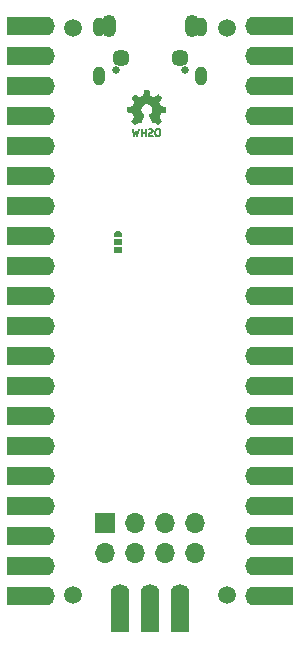
<source format=gbr>
%TF.GenerationSoftware,KiCad,Pcbnew,(6.0.7)*%
%TF.CreationDate,2022-09-23T08:48:44+05:30*%
%TF.ProjectId,Mitayi-Pico-RP2040,4d697461-7969-42d5-9069-636f2d525032,0.4*%
%TF.SameCoordinates,PX825e060PY6d4a840*%
%TF.FileFunction,Soldermask,Bot*%
%TF.FilePolarity,Negative*%
%FSLAX46Y46*%
G04 Gerber Fmt 4.6, Leading zero omitted, Abs format (unit mm)*
G04 Created by KiCad (PCBNEW (6.0.7)) date 2022-09-23 08:48:44*
%MOMM*%
%LPD*%
G01*
G04 APERTURE LIST*
G04 Aperture macros list*
%AMRoundRect*
0 Rectangle with rounded corners*
0 $1 Rounding radius*
0 $2 $3 $4 $5 $6 $7 $8 $9 X,Y pos of 4 corners*
0 Add a 4 corners polygon primitive as box body*
4,1,4,$2,$3,$4,$5,$6,$7,$8,$9,$2,$3,0*
0 Add four circle primitives for the rounded corners*
1,1,$1+$1,$2,$3*
1,1,$1+$1,$4,$5*
1,1,$1+$1,$6,$7*
1,1,$1+$1,$8,$9*
0 Add four rect primitives between the rounded corners*
20,1,$1+$1,$2,$3,$4,$5,0*
20,1,$1+$1,$4,$5,$6,$7,0*
20,1,$1+$1,$6,$7,$8,$9,0*
20,1,$1+$1,$8,$9,$2,$3,0*%
%AMOutline5P*
0 Free polygon, 5 corners , with rotation*
0 The origin of the aperture is its center*
0 number of corners: always 5*
0 $1 to $10 corner X, Y*
0 $11 Rotation angle, in degrees counterclockwise*
0 create outline with 5 corners*
4,1,5,$1,$2,$3,$4,$5,$6,$7,$8,$9,$10,$1,$2,$11*%
%AMOutline6P*
0 Free polygon, 6 corners , with rotation*
0 The origin of the aperture is its center*
0 number of corners: always 6*
0 $1 to $12 corner X, Y*
0 $13 Rotation angle, in degrees counterclockwise*
0 create outline with 6 corners*
4,1,6,$1,$2,$3,$4,$5,$6,$7,$8,$9,$10,$11,$12,$1,$2,$13*%
%AMOutline7P*
0 Free polygon, 7 corners , with rotation*
0 The origin of the aperture is its center*
0 number of corners: always 7*
0 $1 to $14 corner X, Y*
0 $15 Rotation angle, in degrees counterclockwise*
0 create outline with 7 corners*
4,1,7,$1,$2,$3,$4,$5,$6,$7,$8,$9,$10,$11,$12,$13,$14,$1,$2,$15*%
%AMOutline8P*
0 Free polygon, 8 corners , with rotation*
0 The origin of the aperture is its center*
0 number of corners: always 8*
0 $1 to $16 corner X, Y*
0 $17 Rotation angle, in degrees counterclockwise*
0 create outline with 8 corners*
4,1,8,$1,$2,$3,$4,$5,$6,$7,$8,$9,$10,$11,$12,$13,$14,$15,$16,$1,$2,$17*%
G04 Aperture macros list end*
%ADD10C,0.150000*%
%ADD11C,1.500000*%
%ADD12O,1.600000X1.700000*%
%ADD13R,1.600000X3.200000*%
%ADD14C,0.670000*%
%ADD15RoundRect,0.500000X0.000000X0.300000X0.000000X0.300000X0.000000X-0.300000X0.000000X-0.300000X0*%
%ADD16O,1.200000X1.900000*%
%ADD17C,1.450000*%
%ADD18R,3.200000X1.600000*%
%ADD19O,1.700000X1.600000*%
%ADD20R,1.700000X1.700000*%
%ADD21O,1.700000X1.700000*%
%ADD22Outline6P,-0.290000X0.117000X-0.087000X0.320000X0.290000X0.320000X0.290000X-0.320000X-0.087000X-0.320000X-0.290000X-0.117000X270.000000*%
%ADD23R,0.640000X0.500000*%
%ADD24R,0.640000X0.580000*%
G04 APERTURE END LIST*
D10*
X11200000Y40928572D02*
X11085714Y40928572D01*
X11028571Y40900000D01*
X10971428Y40842858D01*
X10942857Y40728572D01*
X10942857Y40528572D01*
X10971428Y40414286D01*
X11028571Y40357143D01*
X11085714Y40328572D01*
X11200000Y40328572D01*
X11257142Y40357143D01*
X11314285Y40414286D01*
X11342857Y40528572D01*
X11342857Y40728572D01*
X11314285Y40842858D01*
X11257142Y40900000D01*
X11200000Y40928572D01*
X10714285Y40357143D02*
X10628571Y40328572D01*
X10485714Y40328572D01*
X10428571Y40357143D01*
X10400000Y40385715D01*
X10371428Y40442858D01*
X10371428Y40500000D01*
X10400000Y40557143D01*
X10428571Y40585715D01*
X10485714Y40614286D01*
X10600000Y40642858D01*
X10657142Y40671429D01*
X10685714Y40700000D01*
X10714285Y40757143D01*
X10714285Y40814286D01*
X10685714Y40871429D01*
X10657142Y40900000D01*
X10600000Y40928572D01*
X10457142Y40928572D01*
X10371428Y40900000D01*
X10114285Y40328572D02*
X10114285Y40928572D01*
X10114285Y40642858D02*
X9771428Y40642858D01*
X9771428Y40328572D02*
X9771428Y40928572D01*
X9542857Y40928572D02*
X9400000Y40328572D01*
X9285714Y40757143D01*
X9171428Y40328572D01*
X9028571Y40928572D01*
%TO.C,G\u002A\u002A\u002A*%
G36*
X10268110Y44218025D02*
G01*
X10308672Y44217517D01*
X10345646Y44216722D01*
X10377560Y44215640D01*
X10402942Y44214269D01*
X10420319Y44212607D01*
X10428217Y44210652D01*
X10430585Y44206918D01*
X10434582Y44195317D01*
X10439679Y44175606D01*
X10446001Y44147220D01*
X10453672Y44109591D01*
X10462818Y44062153D01*
X10473562Y44004340D01*
X10478758Y43976028D01*
X10488468Y43923412D01*
X10496543Y43880288D01*
X10503199Y43845695D01*
X10508651Y43818674D01*
X10513116Y43798264D01*
X10516811Y43783506D01*
X10519952Y43773438D01*
X10522755Y43767102D01*
X10525436Y43763536D01*
X10528212Y43761781D01*
X10528531Y43761652D01*
X10536484Y43758395D01*
X10553129Y43751563D01*
X10577089Y43741723D01*
X10606987Y43729438D01*
X10641446Y43715277D01*
X10679088Y43699803D01*
X10699391Y43691476D01*
X10738814Y43675490D01*
X10769724Y43663315D01*
X10793273Y43654557D01*
X10810615Y43648819D01*
X10822904Y43645707D01*
X10831294Y43644827D01*
X10836938Y43645783D01*
X10837178Y43645880D01*
X10845354Y43650526D01*
X10861455Y43660704D01*
X10884378Y43675681D01*
X10913022Y43694726D01*
X10946283Y43717104D01*
X10983060Y43742084D01*
X11022250Y43768934D01*
X11025876Y43771427D01*
X11064606Y43797960D01*
X11100592Y43822428D01*
X11132774Y43844125D01*
X11160091Y43862343D01*
X11181484Y43876374D01*
X11195892Y43885511D01*
X11202254Y43889047D01*
X11204995Y43888035D01*
X11215493Y43880153D01*
X11233000Y43864831D01*
X11257123Y43842437D01*
X11287467Y43813338D01*
X11323640Y43777905D01*
X11365248Y43736505D01*
X11366617Y43735134D01*
X11405988Y43695597D01*
X11438133Y43663047D01*
X11463723Y43636746D01*
X11483426Y43615954D01*
X11497912Y43599933D01*
X11507848Y43587942D01*
X11513903Y43579243D01*
X11516748Y43573097D01*
X11517050Y43568765D01*
X11517007Y43568586D01*
X11513021Y43560708D01*
X11503464Y43544895D01*
X11489053Y43522245D01*
X11470505Y43493855D01*
X11448538Y43460824D01*
X11423868Y43424249D01*
X11397212Y43385229D01*
X11371150Y43347026D01*
X11346019Y43309574D01*
X11323996Y43276110D01*
X11305733Y43247651D01*
X11291881Y43225212D01*
X11283091Y43209808D01*
X11280014Y43202455D01*
X11280689Y43198821D01*
X11285089Y43185285D01*
X11292995Y43164172D01*
X11303714Y43137097D01*
X11316557Y43105678D01*
X11330832Y43071532D01*
X11345847Y43036276D01*
X11360911Y43001527D01*
X11375332Y42968901D01*
X11388420Y42940016D01*
X11399482Y42916488D01*
X11407829Y42899936D01*
X11412767Y42891974D01*
X11416036Y42889687D01*
X11424893Y42886069D01*
X11439542Y42881770D01*
X11460838Y42876596D01*
X11489637Y42870357D01*
X11526794Y42862859D01*
X11573164Y42853912D01*
X11629603Y42843323D01*
X11651095Y42839316D01*
X11704753Y42829144D01*
X11748472Y42820556D01*
X11782984Y42813389D01*
X11809018Y42807481D01*
X11827308Y42802668D01*
X11838584Y42798789D01*
X11843578Y42795679D01*
X11844589Y42793650D01*
X11846318Y42785614D01*
X11847704Y42771542D01*
X11848774Y42750595D01*
X11849554Y42721931D01*
X11850071Y42684712D01*
X11850353Y42638097D01*
X11850426Y42581247D01*
X11850425Y42580020D01*
X11850316Y42533005D01*
X11850046Y42489158D01*
X11849638Y42449796D01*
X11849110Y42416238D01*
X11848485Y42389803D01*
X11847781Y42371809D01*
X11847021Y42363573D01*
X11846750Y42362557D01*
X11845539Y42358861D01*
X11843398Y42355630D01*
X11839331Y42352617D01*
X11832340Y42349572D01*
X11821430Y42346249D01*
X11805605Y42342400D01*
X11783868Y42337776D01*
X11755224Y42332131D01*
X11718675Y42325216D01*
X11673226Y42316785D01*
X11617880Y42306588D01*
X11599693Y42303224D01*
X11546233Y42293104D01*
X11503073Y42284518D01*
X11469711Y42277355D01*
X11445647Y42271502D01*
X11430383Y42266849D01*
X11423417Y42263285D01*
X11423383Y42263249D01*
X11418976Y42255636D01*
X11411291Y42239264D01*
X11400959Y42215710D01*
X11388613Y42186555D01*
X11374883Y42153377D01*
X11360402Y42117755D01*
X11345803Y42081269D01*
X11331716Y42045497D01*
X11318774Y42012019D01*
X11307609Y41982414D01*
X11298852Y41958261D01*
X11293136Y41941138D01*
X11291092Y41932626D01*
X11293899Y41926032D01*
X11302353Y41911300D01*
X11315752Y41889639D01*
X11333389Y41862149D01*
X11354555Y41829934D01*
X11378542Y41794096D01*
X11404644Y41755737D01*
X11429698Y41718930D01*
X11453787Y41682962D01*
X11475083Y41650571D01*
X11492879Y41622858D01*
X11506466Y41600926D01*
X11515138Y41585878D01*
X11518185Y41578818D01*
X11518084Y41578144D01*
X11512763Y41569540D01*
X11499417Y41553490D01*
X11478121Y41530076D01*
X11448951Y41499380D01*
X11411984Y41461483D01*
X11367296Y41416468D01*
X11354128Y41403315D01*
X11311142Y41360757D01*
X11275545Y41326178D01*
X11247222Y41299472D01*
X11226057Y41280529D01*
X11211932Y41269242D01*
X11204733Y41265504D01*
X11198798Y41267922D01*
X11184518Y41276007D01*
X11163266Y41289083D01*
X11136160Y41306433D01*
X11104315Y41327342D01*
X11068849Y41351092D01*
X11030880Y41376968D01*
X10997054Y41400040D01*
X10961249Y41424059D01*
X10928938Y41445314D01*
X10901237Y41463087D01*
X10879264Y41476664D01*
X10864138Y41485329D01*
X10856974Y41488366D01*
X10854053Y41487817D01*
X10841507Y41483113D01*
X10822241Y41474376D01*
X10798285Y41462553D01*
X10771669Y41448591D01*
X10766589Y41445864D01*
X10737587Y41430926D01*
X10714017Y41419898D01*
X10697233Y41413378D01*
X10688590Y41411961D01*
X10684980Y41416359D01*
X10677577Y41430067D01*
X10666550Y41453203D01*
X10651835Y41485915D01*
X10633366Y41528352D01*
X10611077Y41580665D01*
X10584902Y41643002D01*
X10554775Y41715512D01*
X10529544Y41776498D01*
X10501792Y41843595D01*
X10477795Y41901660D01*
X10457289Y41951360D01*
X10440009Y41993364D01*
X10425691Y42028339D01*
X10414071Y42056952D01*
X10404882Y42079871D01*
X10397862Y42097763D01*
X10392745Y42111297D01*
X10389268Y42121140D01*
X10387164Y42127959D01*
X10386170Y42132422D01*
X10386022Y42135196D01*
X10386454Y42136950D01*
X10387201Y42138350D01*
X10387456Y42138729D01*
X10394230Y42145055D01*
X10408026Y42156069D01*
X10426982Y42170330D01*
X10449236Y42186396D01*
X10500051Y42225959D01*
X10551264Y42276114D01*
X10592473Y42330007D01*
X10624111Y42388322D01*
X10646608Y42451743D01*
X10660396Y42520953D01*
X10664061Y42575925D01*
X10659012Y42642110D01*
X10644095Y42706224D01*
X10619974Y42767303D01*
X10587311Y42824386D01*
X10546770Y42876512D01*
X10499013Y42922717D01*
X10444703Y42962041D01*
X10384505Y42993520D01*
X10319079Y43016194D01*
X10291112Y43022108D01*
X10242841Y43027407D01*
X10191605Y43028212D01*
X10141728Y43024519D01*
X10097536Y43016327D01*
X10037571Y42996326D01*
X9974701Y42964861D01*
X9917983Y42924736D01*
X9868131Y42876654D01*
X9825861Y42821318D01*
X9791887Y42759430D01*
X9766926Y42691692D01*
X9762534Y42675277D01*
X9758394Y42654850D01*
X9755896Y42633092D01*
X9754702Y42606761D01*
X9754472Y42572613D01*
X9754887Y42544504D01*
X9757205Y42506136D01*
X9762292Y42472846D01*
X9770989Y42441059D01*
X9784135Y42407198D01*
X9802570Y42367685D01*
X9805058Y42362637D01*
X9817903Y42337867D01*
X9829972Y42317943D01*
X9843513Y42299798D01*
X9860776Y42280362D01*
X9884010Y42256568D01*
X9906595Y42235087D01*
X9933716Y42211366D01*
X9960200Y42190035D01*
X9982610Y42173971D01*
X9994486Y42166098D01*
X10013939Y42151815D01*
X10024878Y42141072D01*
X10028303Y42132976D01*
X10026384Y42126302D01*
X10020564Y42110325D01*
X10011262Y42086153D01*
X9998903Y42054811D01*
X9983910Y42017324D01*
X9966708Y41974720D01*
X9947721Y41928021D01*
X9927373Y41878256D01*
X9906088Y41826447D01*
X9884290Y41773622D01*
X9862403Y41720806D01*
X9840852Y41669024D01*
X9820060Y41619301D01*
X9800451Y41572663D01*
X9782450Y41530136D01*
X9766481Y41492744D01*
X9752967Y41461514D01*
X9742333Y41437471D01*
X9735003Y41421639D01*
X9731400Y41415046D01*
X9730507Y41414210D01*
X9726203Y41412177D01*
X9719557Y41412601D01*
X9709092Y41416052D01*
X9693333Y41423099D01*
X9670802Y41434310D01*
X9640022Y41450256D01*
X9556768Y41493774D01*
X9503144Y41457955D01*
X9494219Y41451968D01*
X9470219Y41435735D01*
X9440273Y41415356D01*
X9406502Y41392278D01*
X9371029Y41367953D01*
X9335979Y41343828D01*
X9311816Y41327335D01*
X9281849Y41307381D01*
X9255443Y41290359D01*
X9233972Y41277131D01*
X9218807Y41268561D01*
X9211323Y41265512D01*
X9210459Y41265705D01*
X9202284Y41271119D01*
X9187842Y41283208D01*
X9168156Y41300950D01*
X9144246Y41323324D01*
X9117133Y41349307D01*
X9087838Y41377877D01*
X9057382Y41408012D01*
X9026786Y41438689D01*
X8997070Y41468888D01*
X8969255Y41497585D01*
X8944363Y41523759D01*
X8923414Y41546387D01*
X8907429Y41564448D01*
X8897430Y41576919D01*
X8894435Y41582778D01*
X8898037Y41588839D01*
X8907235Y41603015D01*
X8921288Y41624180D01*
X8939470Y41651256D01*
X8961057Y41683163D01*
X8985325Y41718822D01*
X9011548Y41757155D01*
X9037157Y41794725D01*
X9061222Y41830483D01*
X9082489Y41862550D01*
X9100256Y41889842D01*
X9113818Y41911279D01*
X9122471Y41925779D01*
X9125512Y41932260D01*
X9125170Y41934253D01*
X9121606Y41945622D01*
X9114663Y41964952D01*
X9104953Y41990718D01*
X9093090Y42021396D01*
X9079690Y42055461D01*
X9065364Y42091388D01*
X9050729Y42127652D01*
X9036396Y42162730D01*
X9022980Y42195096D01*
X9011095Y42223226D01*
X9001355Y42245594D01*
X8994373Y42260677D01*
X8990764Y42266949D01*
X8990673Y42267013D01*
X8983394Y42269245D01*
X8966527Y42273173D01*
X8941322Y42278544D01*
X8909028Y42285103D01*
X8870896Y42292597D01*
X8828177Y42300770D01*
X8782119Y42309369D01*
X8734227Y42318296D01*
X8684441Y42327862D01*
X8644574Y42335914D01*
X8614065Y42342576D01*
X8592348Y42347971D01*
X8578860Y42352225D01*
X8573037Y42355461D01*
X8571167Y42362792D01*
X8569494Y42379775D01*
X8568111Y42404829D01*
X8567016Y42436481D01*
X8566208Y42473259D01*
X8565686Y42513690D01*
X8565446Y42556302D01*
X8565489Y42599621D01*
X8565811Y42642174D01*
X8566412Y42682490D01*
X8567290Y42719096D01*
X8568443Y42750519D01*
X8569869Y42775285D01*
X8571568Y42791923D01*
X8573536Y42798960D01*
X8573841Y42799156D01*
X8582094Y42801758D01*
X8599848Y42806043D01*
X8625860Y42811751D01*
X8658888Y42818623D01*
X8697689Y42826400D01*
X8741022Y42834823D01*
X8787644Y42843632D01*
X8834636Y42852533D01*
X8879536Y42861338D01*
X8919109Y42869412D01*
X8952238Y42876518D01*
X8977808Y42882413D01*
X8994702Y42886860D01*
X9001804Y42889618D01*
X9005225Y42895192D01*
X9012518Y42909827D01*
X9022737Y42931735D01*
X9035205Y42959337D01*
X9049242Y42991052D01*
X9064170Y43025300D01*
X9079311Y43060503D01*
X9093984Y43095080D01*
X9107512Y43127452D01*
X9119215Y43156039D01*
X9128415Y43179260D01*
X9134432Y43195537D01*
X9136589Y43203289D01*
X9136456Y43203930D01*
X9132190Y43212231D01*
X9122419Y43228361D01*
X9107828Y43251274D01*
X9089098Y43279924D01*
X9066914Y43313262D01*
X9041958Y43350242D01*
X9014912Y43389818D01*
X9009099Y43398282D01*
X8982444Y43437326D01*
X8958011Y43473492D01*
X8936482Y43505743D01*
X8918540Y43533043D01*
X8904868Y43554355D01*
X8896148Y43568642D01*
X8893063Y43574866D01*
X8896811Y43580472D01*
X8907461Y43592771D01*
X8923981Y43610722D01*
X8945340Y43633284D01*
X8970505Y43659417D01*
X8998443Y43688083D01*
X9028123Y43718241D01*
X9058512Y43748852D01*
X9088578Y43778875D01*
X9117288Y43807271D01*
X9143611Y43833000D01*
X9166513Y43855022D01*
X9184964Y43872298D01*
X9197930Y43883787D01*
X9204379Y43888450D01*
X9207829Y43887945D01*
X9219306Y43882578D01*
X9238432Y43871484D01*
X9265466Y43854499D01*
X9300663Y43831460D01*
X9344283Y43802203D01*
X9396583Y43766566D01*
X9409566Y43757681D01*
X9448946Y43730893D01*
X9485325Y43706388D01*
X9517686Y43684837D01*
X9545010Y43666909D01*
X9566279Y43653274D01*
X9580475Y43644601D01*
X9586580Y43641562D01*
X9590093Y43642286D01*
X9603243Y43646653D01*
X9623976Y43654388D01*
X9650664Y43664812D01*
X9681683Y43677250D01*
X9715407Y43691026D01*
X9750210Y43705462D01*
X9784466Y43719883D01*
X9816550Y43733612D01*
X9844837Y43745973D01*
X9867700Y43756289D01*
X9883513Y43763884D01*
X9890652Y43768081D01*
X9893049Y43772376D01*
X9897302Y43785401D01*
X9902796Y43807125D01*
X9909631Y43837996D01*
X9917903Y43878462D01*
X9927712Y43928972D01*
X9939155Y43989974D01*
X9941218Y44001083D01*
X9950031Y44047750D01*
X9958399Y44090854D01*
X9966069Y44129174D01*
X9972789Y44161485D01*
X9978305Y44186564D01*
X9982364Y44203188D01*
X9984713Y44210133D01*
X9991216Y44212022D01*
X10007455Y44213736D01*
X10031888Y44215179D01*
X10063044Y44216347D01*
X10099449Y44217240D01*
X10139631Y44217856D01*
X10182117Y44218193D01*
X10225435Y44218250D01*
X10268110Y44218025D01*
G37*
%TD*%
D11*
%TO.C,H3*%
X17000000Y1490000D03*
%TD*%
D12*
%TO.C,J5*%
X7950000Y1600000D03*
D13*
X7950000Y-10000D03*
D12*
X10490000Y1600000D03*
D13*
X10490000Y-10000D03*
D12*
X13030000Y1600000D03*
D13*
X13030000Y-10000D03*
%TD*%
D11*
%TO.C,H2*%
X4000000Y1490000D03*
%TD*%
D14*
%TO.C,J2*%
X7610000Y45920000D03*
X13410000Y45920000D03*
D15*
X14830000Y45390000D03*
X6190000Y45390000D03*
X14830000Y49570000D03*
X6190000Y49570000D03*
%TD*%
D11*
%TO.C,H4*%
X17000000Y49490000D03*
%TD*%
D16*
%TO.C,J6*%
X7010000Y49637500D03*
D17*
X13010000Y46937500D03*
X8010000Y46937500D03*
D16*
X14010000Y49637500D03*
%TD*%
D11*
%TO.C,H1*%
X4000000Y49490000D03*
%TD*%
D18*
%TO.C,J3*%
X-10000Y49700000D03*
D19*
X1600000Y49700000D03*
D18*
X-10000Y47160000D03*
D19*
X1600000Y47160000D03*
D18*
X-10000Y44620000D03*
D19*
X1600000Y44620000D03*
D18*
X-10000Y42080000D03*
D19*
X1600000Y42080000D03*
X1600000Y39540000D03*
D18*
X-10000Y39540000D03*
D19*
X1600000Y37000000D03*
D18*
X-10000Y37000000D03*
X-10000Y34460000D03*
D19*
X1600000Y34460000D03*
D18*
X-10000Y31920000D03*
D19*
X1600000Y31920000D03*
X1600000Y29380000D03*
D18*
X-10000Y29380000D03*
X-10000Y26840000D03*
D19*
X1600000Y26840000D03*
D18*
X-10000Y24300000D03*
D19*
X1600000Y24300000D03*
D18*
X-10000Y21760000D03*
D19*
X1600000Y21760000D03*
D18*
X-10000Y19220000D03*
D19*
X1600000Y19220000D03*
D18*
X-10000Y16680000D03*
D19*
X1600000Y16680000D03*
D18*
X-10000Y14140000D03*
D19*
X1600000Y14140000D03*
D18*
X-10000Y11600000D03*
D19*
X1600000Y11600000D03*
X1600000Y9060000D03*
D18*
X-10000Y9060000D03*
X-10000Y6520000D03*
D19*
X1600000Y6520000D03*
D18*
X-10000Y3980000D03*
D19*
X1600000Y3980000D03*
D18*
X-10000Y1440000D03*
D19*
X1600000Y1440000D03*
%TD*%
D20*
%TO.C,J1*%
X6675000Y7600000D03*
D21*
X6675000Y5060000D03*
X9215000Y7600000D03*
X9215000Y5060000D03*
X11755000Y7600000D03*
X11755000Y5060000D03*
X14295000Y7600000D03*
X14295000Y5060000D03*
%TD*%
D22*
%TO.C,JP6*%
X7765000Y32055000D03*
D23*
X7765000Y31365000D03*
D24*
X7765000Y30675000D03*
%TD*%
D18*
%TO.C,J4*%
X21010000Y49700000D03*
D19*
X19400000Y49700000D03*
D18*
X21010000Y47160000D03*
D19*
X19400000Y47160000D03*
D18*
X21010000Y44620000D03*
D19*
X19400000Y44620000D03*
X19400000Y42080000D03*
D18*
X21010000Y42080000D03*
D19*
X19400000Y39540000D03*
D18*
X21010000Y39540000D03*
X21010000Y37000000D03*
D19*
X19400000Y37000000D03*
D18*
X21010000Y34460000D03*
D19*
X19400000Y34460000D03*
X19400000Y31920000D03*
D18*
X21010000Y31920000D03*
X21010000Y29380000D03*
D19*
X19400000Y29380000D03*
D18*
X21010000Y26840000D03*
D19*
X19400000Y26840000D03*
D18*
X21010000Y24300000D03*
D19*
X19400000Y24300000D03*
D18*
X21010000Y21760000D03*
D19*
X19400000Y21760000D03*
X19400000Y19220000D03*
D18*
X21010000Y19220000D03*
D19*
X19400000Y16680000D03*
D18*
X21010000Y16680000D03*
X21010000Y14140000D03*
D19*
X19400000Y14140000D03*
X19400000Y11600000D03*
D18*
X21010000Y11600000D03*
X21010000Y9060000D03*
D19*
X19400000Y9060000D03*
X19400000Y6520000D03*
D18*
X21010000Y6520000D03*
X21010000Y3980000D03*
D19*
X19400000Y3980000D03*
D18*
X21010000Y1440000D03*
D19*
X19400000Y1440000D03*
%TD*%
M02*

</source>
